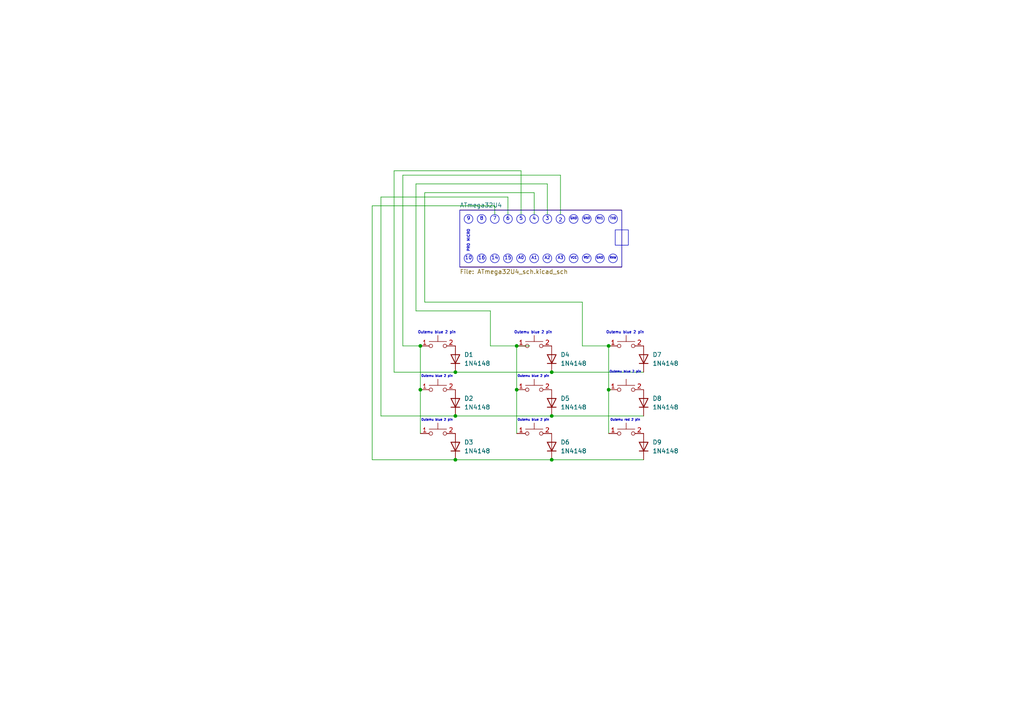
<source format=kicad_sch>
(kicad_sch
	(version 20250114)
	(generator "eeschema")
	(generator_version "9.0")
	(uuid "fe06c10b-52f8-4a42-998b-54b6b0b855b9")
	(paper "A4")
	(lib_symbols
		(symbol "Diode:1N4148"
			(pin_numbers
				(hide yes)
			)
			(pin_names
				(hide yes)
			)
			(exclude_from_sim no)
			(in_bom yes)
			(on_board yes)
			(property "Reference" "D"
				(at 0 2.54 0)
				(effects
					(font
						(size 1.27 1.27)
					)
				)
			)
			(property "Value" "1N4148"
				(at 0 -2.54 0)
				(effects
					(font
						(size 1.27 1.27)
					)
				)
			)
			(property "Footprint" "Diode_THT:D_DO-35_SOD27_P7.62mm_Horizontal"
				(at 0 0 0)
				(effects
					(font
						(size 1.27 1.27)
					)
					(hide yes)
				)
			)
			(property "Datasheet" "https://assets.nexperia.com/documents/data-sheet/1N4148_1N4448.pdf"
				(at 0 0 0)
				(effects
					(font
						(size 1.27 1.27)
					)
					(hide yes)
				)
			)
			(property "Description" "100V 0.15A standard switching diode, DO-35"
				(at 0 0 0)
				(effects
					(font
						(size 1.27 1.27)
					)
					(hide yes)
				)
			)
			(property "Sim.Device" "D"
				(at 0 0 0)
				(effects
					(font
						(size 1.27 1.27)
					)
					(hide yes)
				)
			)
			(property "Sim.Pins" "1=K 2=A"
				(at 0 0 0)
				(effects
					(font
						(size 1.27 1.27)
					)
					(hide yes)
				)
			)
			(property "ki_keywords" "diode"
				(at 0 0 0)
				(effects
					(font
						(size 1.27 1.27)
					)
					(hide yes)
				)
			)
			(property "ki_fp_filters" "D*DO?35*"
				(at 0 0 0)
				(effects
					(font
						(size 1.27 1.27)
					)
					(hide yes)
				)
			)
			(symbol "1N4148_0_1"
				(polyline
					(pts
						(xy -1.27 1.27) (xy -1.27 -1.27)
					)
					(stroke
						(width 0.254)
						(type default)
					)
					(fill
						(type none)
					)
				)
				(polyline
					(pts
						(xy 1.27 1.27) (xy 1.27 -1.27) (xy -1.27 0) (xy 1.27 1.27)
					)
					(stroke
						(width 0.254)
						(type default)
					)
					(fill
						(type none)
					)
				)
				(polyline
					(pts
						(xy 1.27 0) (xy -1.27 0)
					)
					(stroke
						(width 0)
						(type default)
					)
					(fill
						(type none)
					)
				)
			)
			(symbol "1N4148_1_1"
				(pin passive line
					(at -3.81 0 0)
					(length 2.54)
					(name "K"
						(effects
							(font
								(size 1.27 1.27)
							)
						)
					)
					(number "1"
						(effects
							(font
								(size 1.27 1.27)
							)
						)
					)
				)
				(pin passive line
					(at 3.81 0 180)
					(length 2.54)
					(name "A"
						(effects
							(font
								(size 1.27 1.27)
							)
						)
					)
					(number "2"
						(effects
							(font
								(size 1.27 1.27)
							)
						)
					)
				)
			)
			(embedded_fonts no)
		)
		(symbol "Switch:SW_Push_Dual_x2"
			(pin_names
				(offset 1.016)
				(hide yes)
			)
			(exclude_from_sim no)
			(in_bom yes)
			(on_board yes)
			(property "Reference" "SW"
				(at 1.27 2.54 0)
				(effects
					(font
						(size 1.27 1.27)
					)
					(justify left)
				)
			)
			(property "Value" "SW_Push_Dual_x2"
				(at 0 -1.524 0)
				(effects
					(font
						(size 1.27 1.27)
					)
				)
			)
			(property "Footprint" ""
				(at 0 5.08 0)
				(effects
					(font
						(size 1.27 1.27)
					)
					(hide yes)
				)
			)
			(property "Datasheet" "~"
				(at 0 5.08 0)
				(effects
					(font
						(size 1.27 1.27)
					)
					(hide yes)
				)
			)
			(property "Description" "Push button switch, generic, separate symbols, four pins"
				(at 0 0 0)
				(effects
					(font
						(size 1.27 1.27)
					)
					(hide yes)
				)
			)
			(property "ki_keywords" "switch normally-open pushbutton push-button"
				(at 0 0 0)
				(effects
					(font
						(size 1.27 1.27)
					)
					(hide yes)
				)
			)
			(symbol "SW_Push_Dual_x2_0_1"
				(circle
					(center -2.032 0)
					(radius 0.508)
					(stroke
						(width 0)
						(type default)
					)
					(fill
						(type none)
					)
				)
				(polyline
					(pts
						(xy 0 1.27) (xy 0 3.048)
					)
					(stroke
						(width 0)
						(type default)
					)
					(fill
						(type none)
					)
				)
				(circle
					(center 2.032 0)
					(radius 0.508)
					(stroke
						(width 0)
						(type default)
					)
					(fill
						(type none)
					)
				)
				(polyline
					(pts
						(xy 2.54 1.27) (xy -2.54 1.27)
					)
					(stroke
						(width 0)
						(type default)
					)
					(fill
						(type none)
					)
				)
			)
			(symbol "SW_Push_Dual_x2_1_1"
				(pin passive line
					(at -5.08 0 0)
					(length 2.54)
					(name "C"
						(effects
							(font
								(size 1.27 1.27)
							)
						)
					)
					(number "1"
						(effects
							(font
								(size 1.27 1.27)
							)
						)
					)
				)
				(pin passive line
					(at 5.08 0 180)
					(length 2.54)
					(name "D"
						(effects
							(font
								(size 1.27 1.27)
							)
						)
					)
					(number "2"
						(effects
							(font
								(size 1.27 1.27)
							)
						)
					)
				)
			)
			(symbol "SW_Push_Dual_x2_2_1"
				(pin passive line
					(at -5.08 0 0)
					(length 2.54)
					(name "C"
						(effects
							(font
								(size 1.27 1.27)
							)
						)
					)
					(number "3"
						(effects
							(font
								(size 1.27 1.27)
							)
						)
					)
				)
				(pin passive line
					(at 5.08 0 180)
					(length 2.54)
					(name "D"
						(effects
							(font
								(size 1.27 1.27)
							)
						)
					)
					(number "4"
						(effects
							(font
								(size 1.27 1.27)
							)
						)
					)
				)
			)
			(embedded_fonts no)
		)
	)
	(circle
		(center 162.56 74.93)
		(radius 1.27)
		(stroke
			(width 0)
			(type default)
		)
		(fill
			(type none)
		)
		(uuid 0518621b-5b26-4fee-b806-672a118a44a3)
	)
	(circle
		(center 154.94 74.93)
		(radius 1.27)
		(stroke
			(width 0)
			(type default)
		)
		(fill
			(type none)
		)
		(uuid 05948d80-f2cb-46c5-af36-dca6441e628b)
	)
	(rectangle
		(start 178.435 66.675)
		(end 182.245 71.12)
		(stroke
			(width 0)
			(type default)
		)
		(fill
			(type none)
		)
		(uuid 097fee44-e043-4e5b-8367-cd553b3736b9)
	)
	(circle
		(center 139.7 74.93)
		(radius 1.27)
		(stroke
			(width 0)
			(type default)
		)
		(fill
			(type none)
		)
		(uuid 2cbcc4e8-576e-4a9c-8856-dda96044570b)
	)
	(circle
		(center 177.8 63.5)
		(radius 1.27)
		(stroke
			(width 0)
			(type default)
		)
		(fill
			(type none)
		)
		(uuid 342617b8-b901-407e-824b-311f3324c64f)
	)
	(circle
		(center 173.99 74.93)
		(radius 1.27)
		(stroke
			(width 0)
			(type default)
		)
		(fill
			(type none)
		)
		(uuid 3e971b4d-f2b8-4aec-93e9-3bb2719beae3)
	)
	(circle
		(center 154.94 63.5)
		(radius 1.27)
		(stroke
			(width 0)
			(type default)
		)
		(fill
			(type none)
		)
		(uuid 64a21d65-2184-4dd6-abd4-724b80796096)
	)
	(circle
		(center 139.7 63.5)
		(radius 1.27)
		(stroke
			(width 0)
			(type default)
		)
		(fill
			(type none)
		)
		(uuid 7282f216-4ca1-4dfd-8931-c7c56bc67fad)
	)
	(circle
		(center 151.13 74.93)
		(radius 1.27)
		(stroke
			(width 0)
			(type default)
		)
		(fill
			(type none)
		)
		(uuid 768dfb49-5dd2-44b8-90ff-64fd1d0ac434)
	)
	(circle
		(center 135.89 74.93)
		(radius 1.27)
		(stroke
			(width 0)
			(type default)
		)
		(fill
			(type none)
		)
		(uuid 7a21628d-c64a-471e-bb85-3fa9bf82ff60)
	)
	(circle
		(center 166.37 74.93)
		(radius 1.27)
		(stroke
			(width 0)
			(type default)
		)
		(fill
			(type none)
		)
		(uuid 83a43e03-ee66-4b47-905c-ca5d0a86445a)
	)
	(circle
		(center 147.32 74.93)
		(radius 1.27)
		(stroke
			(width 0)
			(type default)
		)
		(fill
			(type none)
		)
		(uuid 892f1db1-1a4b-494d-bce2-b308eeb2f23e)
	)
	(circle
		(center 143.51 63.5)
		(radius 1.27)
		(stroke
			(width 0)
			(type default)
		)
		(fill
			(type none)
		)
		(uuid 8cf7c058-f225-460d-884b-000c1b5790cf)
	)
	(circle
		(center 177.8 74.93)
		(radius 1.27)
		(stroke
			(width 0)
			(type default)
		)
		(fill
			(type none)
		)
		(uuid 98803821-da72-4e3d-ba32-4bfd182a40a8)
	)
	(circle
		(center 158.75 63.5)
		(radius 1.27)
		(stroke
			(width 0)
			(type default)
		)
		(fill
			(type none)
		)
		(uuid 9e35f047-ab02-44aa-80b0-4ec54e02d40d)
	)
	(circle
		(center 151.13 63.5)
		(radius 1.27)
		(stroke
			(width 0)
			(type default)
		)
		(fill
			(type none)
		)
		(uuid aa1259ce-1f04-4cf8-abcc-5a4a723e414f)
	)
	(circle
		(center 166.37 63.5)
		(radius 1.27)
		(stroke
			(width 0)
			(type default)
		)
		(fill
			(type none)
		)
		(uuid ad90b8bb-2e53-43e3-98f3-c3b7b392a7c8)
	)
	(circle
		(center 143.51 74.93)
		(radius 1.27)
		(stroke
			(width 0)
			(type default)
		)
		(fill
			(type none)
		)
		(uuid be3634a4-672c-483b-a4ad-4dfd09bd0891)
	)
	(circle
		(center 158.75 74.93)
		(radius 1.27)
		(stroke
			(width 0)
			(type default)
		)
		(fill
			(type none)
		)
		(uuid c128533e-9cc2-40ad-bb76-ffc9cd11eecd)
	)
	(circle
		(center 170.18 74.93)
		(radius 1.27)
		(stroke
			(width 0)
			(type default)
		)
		(fill
			(type none)
		)
		(uuid cc033787-670f-4b26-8ca7-f3b5ee800648)
	)
	(circle
		(center 173.99 63.5)
		(radius 1.27)
		(stroke
			(width 0)
			(type default)
		)
		(fill
			(type none)
		)
		(uuid cdfc75a5-5f70-41fc-81a9-48db61e126da)
	)
	(circle
		(center 135.89 63.5)
		(radius 1.27)
		(stroke
			(width 0)
			(type default)
		)
		(fill
			(type none)
		)
		(uuid d293138a-db43-40b4-9387-9532e79ce68a)
	)
	(circle
		(center 147.32 63.5)
		(radius 1.27)
		(stroke
			(width 0)
			(type default)
		)
		(fill
			(type none)
		)
		(uuid edc58d0f-2379-4627-a346-939db6dacf16)
	)
	(circle
		(center 162.56 63.5)
		(radius 1.27)
		(stroke
			(width 0)
			(type default)
		)
		(fill
			(type none)
		)
		(uuid f00995e5-39d2-4c97-8830-2c0c7e2ad693)
	)
	(circle
		(center 170.18 63.5)
		(radius 1.27)
		(stroke
			(width 0)
			(type default)
		)
		(fill
			(type none)
		)
		(uuid fc44f8ac-f8dd-4070-95cb-a0ce2d84b587)
	)
	(rectangle
		(start 133.35 60.96)
		(end 180.34 77.47)
		(stroke
			(width 0)
			(type default)
		)
		(fill
			(type none)
		)
		(uuid fe2a2c88-e954-485c-9f6d-c8caa342f362)
	)
	(text "A2"
		(exclude_from_sim no)
		(at 158.75 74.93 0)
		(effects
			(font
				(size 0.889 0.889)
			)
		)
		(uuid "02b2e7fc-e423-406b-b108-23316463b32f")
	)
	(text "A3"
		(exclude_from_sim no)
		(at 162.56 74.93 0)
		(effects
			(font
				(size 0.889 0.889)
			)
		)
		(uuid "03f2b09f-c9a5-40a4-ae09-a71469af71df")
	)
	(text "GND"
		(exclude_from_sim no)
		(at 170.18 63.5 0)
		(effects
			(font
				(size 0.635 0.635)
			)
		)
		(uuid "04e9697e-114f-4ed8-9670-d18263d0b5d4")
	)
	(text "7"
		(exclude_from_sim no)
		(at 143.51 63.5 0)
		(effects
			(font
				(size 1.016 1.016)
			)
		)
		(uuid "07a665db-e396-4f2d-9008-7a96579d54b0")
	)
	(text "TX0"
		(exclude_from_sim no)
		(at 177.8 63.5 0)
		(effects
			(font
				(size 0.635 0.635)
			)
		)
		(uuid "088c3e5c-d60f-494f-b0df-fa78904a9f67")
	)
	(text "9"
		(exclude_from_sim no)
		(at 135.89 63.5 0)
		(effects
			(font
				(size 1.016 1.016)
			)
		)
		(uuid "140ed952-53be-49c8-869e-b85783f3f6fb")
	)
	(text "16"
		(exclude_from_sim no)
		(at 139.7 74.93 0)
		(effects
			(font
				(size 1.016 1.016)
			)
		)
		(uuid "16a6a67b-16ed-45b1-8a52-6a45f03d095b")
	)
	(text "3"
		(exclude_from_sim no)
		(at 158.75 63.5 0)
		(effects
			(font
				(size 1.016 1.016)
			)
		)
		(uuid "16d62bbd-0e7f-49c9-82b2-472921aa6397")
	)
	(text "10\n"
		(exclude_from_sim no)
		(at 135.89 74.93 0)
		(effects
			(font
				(size 1.016 1.016)
			)
		)
		(uuid "1b0fce0e-5106-4661-aacc-972f1a07c0af")
	)
	(text "Outemu blue 2 pin "
		(exclude_from_sim no)
		(at 127 121.92 0)
		(effects
			(font
				(size 0.635 0.635)
			)
		)
		(uuid "1d854a88-a75b-44de-aecc-8cff69591250")
	)
	(text "Outemu blue 2 pin "
		(exclude_from_sim no)
		(at 127 109.22 0)
		(effects
			(font
				(size 0.635 0.635)
			)
		)
		(uuid "225c1a4d-76cb-46c2-85b7-09cad424ef9d")
	)
	(text "Outemu blue 2 pin "
		(exclude_from_sim no)
		(at 127 96.52 0)
		(effects
			(font
				(size 0.762 0.762)
			)
		)
		(uuid "324cdf18-ea03-49c0-a6f5-04a33424a25e")
	)
	(text "15"
		(exclude_from_sim no)
		(at 147.32 74.93 0)
		(effects
			(font
				(size 1.016 1.016)
			)
		)
		(uuid "485bf8db-20ff-4f37-83b2-b0ff2b5ff246")
	)
	(text "Outemu blue 2 pin "
		(exclude_from_sim no)
		(at 181.61 107.95 0)
		(effects
			(font
				(size 0.635 0.635)
			)
		)
		(uuid "492aa3fb-f87b-4279-a86a-7653ba552ae7")
	)
	(text "4\n"
		(exclude_from_sim no)
		(at 154.94 63.5 0)
		(effects
			(font
				(size 1.016 1.016)
			)
		)
		(uuid "4c4bce82-c4d5-46a5-bf41-0857e2b63de6")
	)
	(text "GND"
		(exclude_from_sim no)
		(at 166.37 63.5 0)
		(effects
			(font
				(size 0.635 0.635)
			)
		)
		(uuid "4d3fe4cf-4455-47ac-96c4-393d39968c3e")
	)
	(text "A0"
		(exclude_from_sim no)
		(at 151.13 74.93 0)
		(effects
			(font
				(size 0.889 0.889)
			)
		)
		(uuid "553275bd-fc3b-452e-8ffe-1b6da159b50c")
	)
	(text "5"
		(exclude_from_sim no)
		(at 151.13 63.5 0)
		(effects
			(font
				(size 1.016 1.016)
			)
		)
		(uuid "5965aef3-8fa7-4c10-a7db-4fa2600437a8")
	)
	(text "GND"
		(exclude_from_sim no)
		(at 173.99 74.93 0)
		(effects
			(font
				(size 0.635 0.635)
			)
		)
		(uuid "5f42ee5b-d33e-4f66-9aa7-c8e9e13f9519")
	)
	(text "RX1"
		(exclude_from_sim no)
		(at 173.99 63.5 0)
		(effects
			(font
				(size 0.635 0.635)
			)
		)
		(uuid "7ac1134f-348d-43b0-ae45-f43117486af1")
	)
	(text "VCC"
		(exclude_from_sim no)
		(at 166.37 74.93 0)
		(effects
			(font
				(size 0.635 0.635)
			)
		)
		(uuid "8394ec73-cc60-4001-879b-da4c607e644f")
	)
	(text "Outemu red 2 pin "
		(exclude_from_sim no)
		(at 181.61 121.92 0)
		(effects
			(font
				(size 0.635 0.635)
			)
		)
		(uuid "87cf1dd9-1ace-414c-9145-a9cf94a4104f")
	)
	(text "2\n\n"
		(exclude_from_sim no)
		(at 162.56 64.77 0)
		(effects
			(font
				(size 1.016 1.016)
			)
		)
		(uuid "951d58c1-96fb-49d4-ad3f-22f8c0861ecb")
	)
	(text "Outemu blue 2 pin "
		(exclude_from_sim no)
		(at 181.61 96.52 0)
		(effects
			(font
				(size 0.762 0.762)
			)
		)
		(uuid "9e70f2fe-ac30-4a7d-8360-a72773b3fdc0")
	)
	(text "Outemu blue 2 pin "
		(exclude_from_sim no)
		(at 154.94 109.22 0)
		(effects
			(font
				(size 0.635 0.635)
			)
		)
		(uuid "a19e7df1-de06-41ae-a374-fcdb14210351")
	)
	(text "Outemu blue 2 pin "
		(exclude_from_sim no)
		(at 154.94 96.52 0)
		(effects
			(font
				(size 0.762 0.762)
			)
		)
		(uuid "ab7c7211-27bc-4a1c-8889-332e6adc27fb")
	)
	(text "PRO MICRO"
		(exclude_from_sim no)
		(at 135.89 69.85 90)
		(effects
			(font
				(size 0.762 0.762)
			)
		)
		(uuid "aeac5ba7-50aa-4433-91f9-33bc0b9662ba")
	)
	(text "RST"
		(exclude_from_sim no)
		(at 170.18 74.93 0)
		(effects
			(font
				(size 0.635 0.635)
			)
		)
		(uuid "aeef6024-9f3b-4625-b36a-5c42922830ba")
	)
	(text "6"
		(exclude_from_sim no)
		(at 147.32 63.5 0)
		(effects
			(font
				(size 1.016 1.016)
			)
		)
		(uuid "bccc670c-867a-48c2-9fa7-ecbc0592266e")
	)
	(text "A1"
		(exclude_from_sim no)
		(at 154.94 74.93 0)
		(effects
			(font
				(size 0.889 0.889)
			)
		)
		(uuid "caab519e-c5c1-4103-899d-2c8a3982b2ba")
	)
	(text "Outemu blue 2 pin "
		(exclude_from_sim no)
		(at 154.94 121.92 0)
		(effects
			(font
				(size 0.635 0.635)
			)
		)
		(uuid "d71c4912-a829-49ef-95d6-68f4fd117a12")
	)
	(text "8"
		(exclude_from_sim no)
		(at 139.7 63.5 0)
		(effects
			(font
				(size 1.016 1.016)
			)
		)
		(uuid "d74ab234-67fb-4333-acb9-3ed1fe2d8327")
	)
	(text "RAW"
		(exclude_from_sim no)
		(at 177.8 74.93 0)
		(effects
			(font
				(size 0.635 0.635)
			)
		)
		(uuid "eb1806e4-2427-48cc-9a86-92d278d02512")
	)
	(text "14"
		(exclude_from_sim no)
		(at 143.51 74.93 0)
		(effects
			(font
				(size 1.016 1.016)
			)
		)
		(uuid "ef15cc68-e420-490e-96e5-8c8dd1d99f8f")
	)
	(junction
		(at 160.02 133.35)
		(diameter 0)
		(color 0 0 0 0)
		(uuid "16dbb2e8-b39a-4bac-b97f-bd7f4b4e3b85")
	)
	(junction
		(at 149.86 100.33)
		(diameter 0)
		(color 0 0 0 0)
		(uuid "65a7fe97-5a93-4715-ba28-b59a1bbb0aa4")
	)
	(junction
		(at 160.02 120.65)
		(diameter 0)
		(color 0 0 0 0)
		(uuid "6c508efc-3a63-43e8-9ac4-aafa02e1e47f")
	)
	(junction
		(at 160.02 107.95)
		(diameter 0)
		(color 0 0 0 0)
		(uuid "7f992c07-c322-40a2-b4b0-8ddb0e16c696")
	)
	(junction
		(at 176.53 113.03)
		(diameter 0)
		(color 0 0 0 0)
		(uuid "853bfe68-2eea-45c7-963e-86ac32f37dae")
	)
	(junction
		(at 121.92 100.33)
		(diameter 0)
		(color 0 0 0 0)
		(uuid "91e861fc-4372-4cf7-bf75-6d22c274e43f")
	)
	(junction
		(at 132.08 120.65)
		(diameter 0)
		(color 0 0 0 0)
		(uuid "a84e185c-3435-48f2-bd3e-d07becffbdc4")
	)
	(junction
		(at 121.92 113.03)
		(diameter 0)
		(color 0 0 0 0)
		(uuid "aad51c2b-cb40-44f1-adea-58db11325c0e")
	)
	(junction
		(at 132.08 133.35)
		(diameter 0)
		(color 0 0 0 0)
		(uuid "c21c111d-a114-494b-a475-0c148bd09a59")
	)
	(junction
		(at 149.86 113.03)
		(diameter 0)
		(color 0 0 0 0)
		(uuid "d44b9f85-68f6-4cbf-94f7-b04477b8051e")
	)
	(junction
		(at 132.08 107.95)
		(diameter 0)
		(color 0 0 0 0)
		(uuid "eff834f2-0a3d-44a8-aa83-244ce681a81b")
	)
	(junction
		(at 176.53 100.33)
		(diameter 0)
		(color 0 0 0 0)
		(uuid "f99c4940-826c-4901-92db-7f6773da0460")
	)
	(wire
		(pts
			(xy 176.53 100.33) (xy 168.91 100.33)
		)
		(stroke
			(width 0)
			(type default)
		)
		(uuid "003ff42d-4d4f-476d-b31d-d2b9660a9910")
	)
	(wire
		(pts
			(xy 176.53 113.03) (xy 176.53 125.73)
		)
		(stroke
			(width 0)
			(type default)
		)
		(uuid "0d9a9e02-b50e-488e-b809-e6366e8d51aa")
	)
	(wire
		(pts
			(xy 120.65 90.17) (xy 120.65 53.34)
		)
		(stroke
			(width 0)
			(type default)
		)
		(uuid "123bec7b-08aa-40e5-a9a4-868248528c59")
	)
	(wire
		(pts
			(xy 158.75 53.34) (xy 158.75 62.23)
		)
		(stroke
			(width 0)
			(type default)
		)
		(uuid "1cf0a618-3aaa-4606-a67f-409f6554ef2e")
	)
	(wire
		(pts
			(xy 160.02 120.65) (xy 186.69 120.65)
		)
		(stroke
			(width 0)
			(type default)
		)
		(uuid "1db6918d-95ce-4e65-be76-a37533f4b221")
	)
	(wire
		(pts
			(xy 123.19 87.63) (xy 123.19 55.88)
		)
		(stroke
			(width 0)
			(type default)
		)
		(uuid "2781f78d-f0ca-44cf-8ec8-f7b6fab982f2")
	)
	(wire
		(pts
			(xy 107.95 133.35) (xy 107.95 59.69)
		)
		(stroke
			(width 0)
			(type default)
		)
		(uuid "2cab6f5a-86f7-43fb-a3ef-5ce3ddbea37c")
	)
	(wire
		(pts
			(xy 168.91 87.63) (xy 123.19 87.63)
		)
		(stroke
			(width 0)
			(type default)
		)
		(uuid "3093fd2d-a684-4403-98e3-ff9e6a23f617")
	)
	(wire
		(pts
			(xy 114.3 49.53) (xy 151.13 49.53)
		)
		(stroke
			(width 0)
			(type default)
		)
		(uuid "37834f61-f04e-40a6-b670-7c64bb9cff6f")
	)
	(wire
		(pts
			(xy 132.08 107.95) (xy 160.02 107.95)
		)
		(stroke
			(width 0)
			(type default)
		)
		(uuid "3f2806d2-2759-47e5-9d87-35304e03803e")
	)
	(wire
		(pts
			(xy 132.08 120.65) (xy 160.02 120.65)
		)
		(stroke
			(width 0)
			(type default)
		)
		(uuid "40e7317d-958e-41fd-b854-f40b4eb88dd5")
	)
	(wire
		(pts
			(xy 123.19 55.88) (xy 154.94 55.88)
		)
		(stroke
			(width 0)
			(type default)
		)
		(uuid "47aa45ad-fc34-48ed-abbf-14ff77296909")
	)
	(wire
		(pts
			(xy 168.91 100.33) (xy 168.91 87.63)
		)
		(stroke
			(width 0)
			(type default)
		)
		(uuid "4a040006-31a4-4d99-844a-b6a08489fc0a")
	)
	(wire
		(pts
			(xy 110.49 57.15) (xy 110.49 120.65)
		)
		(stroke
			(width 0)
			(type default)
		)
		(uuid "53dc933d-ca6a-47d3-a951-81fa424eea6a")
	)
	(wire
		(pts
			(xy 151.13 49.53) (xy 151.13 62.23)
		)
		(stroke
			(width 0)
			(type default)
		)
		(uuid "5a833eba-921e-47ff-9a87-08ede106bf04")
	)
	(wire
		(pts
			(xy 162.56 50.8) (xy 162.56 62.23)
		)
		(stroke
			(width 0)
			(type default)
		)
		(uuid "5bdd0149-f686-4641-abd4-0008ba587052")
	)
	(wire
		(pts
			(xy 153.67 100.33) (xy 149.86 100.33)
		)
		(stroke
			(width 0)
			(type default)
		)
		(uuid "6a60046b-c71c-417e-a922-257c4cd6e137")
	)
	(wire
		(pts
			(xy 176.53 100.33) (xy 176.53 113.03)
		)
		(stroke
			(width 0)
			(type default)
		)
		(uuid "6b094b38-03ad-46d2-a4e9-a1eaa044f628")
	)
	(wire
		(pts
			(xy 154.94 55.88) (xy 154.94 62.23)
		)
		(stroke
			(width 0)
			(type default)
		)
		(uuid "73250382-9dbc-4206-8706-3acda1ca6de5")
	)
	(wire
		(pts
			(xy 121.92 100.33) (xy 116.84 100.33)
		)
		(stroke
			(width 0)
			(type default)
		)
		(uuid "750c7434-a0cb-4978-926b-a3e80b2c6fd2")
	)
	(wire
		(pts
			(xy 149.86 113.03) (xy 149.86 125.73)
		)
		(stroke
			(width 0)
			(type default)
		)
		(uuid "88b4166f-09bf-4c90-a00a-2a66b7509a54")
	)
	(wire
		(pts
			(xy 107.95 59.69) (xy 143.51 59.69)
		)
		(stroke
			(width 0)
			(type default)
		)
		(uuid "8996b4bf-43b2-4833-8cf6-bd69548be58c")
	)
	(wire
		(pts
			(xy 147.32 57.15) (xy 110.49 57.15)
		)
		(stroke
			(width 0)
			(type default)
		)
		(uuid "8b7025cc-5c02-439f-9594-f891f4d138ab")
	)
	(wire
		(pts
			(xy 132.08 107.95) (xy 114.3 107.95)
		)
		(stroke
			(width 0)
			(type default)
		)
		(uuid "8e6c09fb-672f-4ccd-9578-9ba6764a6168")
	)
	(wire
		(pts
			(xy 142.24 100.33) (xy 142.24 90.17)
		)
		(stroke
			(width 0)
			(type default)
		)
		(uuid "8f06d776-21b1-4ce7-afda-5cd5fb41d4d2")
	)
	(wire
		(pts
			(xy 143.51 59.69) (xy 143.51 62.23)
		)
		(stroke
			(width 0)
			(type default)
		)
		(uuid "97dccd02-e6b0-443c-b709-4e5388ffdaaf")
	)
	(wire
		(pts
			(xy 160.02 133.35) (xy 186.69 133.35)
		)
		(stroke
			(width 0)
			(type default)
		)
		(uuid "9ecf8e25-ef9b-44f4-8bd5-6454c8a40f8d")
	)
	(wire
		(pts
			(xy 120.65 53.34) (xy 158.75 53.34)
		)
		(stroke
			(width 0)
			(type default)
		)
		(uuid "a1a53d29-05c1-4e12-93c2-d0e1bfacf540")
	)
	(wire
		(pts
			(xy 107.95 133.35) (xy 132.08 133.35)
		)
		(stroke
			(width 0)
			(type default)
		)
		(uuid "a66983ee-df92-49f8-aa55-e6c6d036e2f3")
	)
	(wire
		(pts
			(xy 142.24 90.17) (xy 120.65 90.17)
		)
		(stroke
			(width 0)
			(type default)
		)
		(uuid "a9eac90c-8874-4750-a75a-a80efd2943cd")
	)
	(wire
		(pts
			(xy 160.02 107.95) (xy 186.69 107.95)
		)
		(stroke
			(width 0)
			(type default)
		)
		(uuid "bc61567f-effe-4cc5-89c2-4b85ab026af3")
	)
	(wire
		(pts
			(xy 116.84 50.8) (xy 162.56 50.8)
		)
		(stroke
			(width 0)
			(type default)
		)
		(uuid "c6e58dd2-d5d3-43f1-8c12-02d30d496b50")
	)
	(wire
		(pts
			(xy 149.86 100.33) (xy 142.24 100.33)
		)
		(stroke
			(width 0)
			(type default)
		)
		(uuid "ca1dfc7a-e6b0-4a88-ba57-893ce56b03ad")
	)
	(wire
		(pts
			(xy 121.92 100.33) (xy 121.92 113.03)
		)
		(stroke
			(width 0)
			(type default)
		)
		(uuid "cf4722d0-45a3-444a-87a8-4131970b1815")
	)
	(wire
		(pts
			(xy 110.49 120.65) (xy 132.08 120.65)
		)
		(stroke
			(width 0)
			(type default)
		)
		(uuid "d06d1aac-87ce-4bb6-924e-bb2834e17bb8")
	)
	(wire
		(pts
			(xy 132.08 133.35) (xy 160.02 133.35)
		)
		(stroke
			(width 0)
			(type default)
		)
		(uuid "d2a7e9cf-9278-45db-a2d3-3682538d02b3")
	)
	(wire
		(pts
			(xy 121.92 113.03) (xy 121.92 125.73)
		)
		(stroke
			(width 0)
			(type default)
		)
		(uuid "e08d97d2-f796-4e7b-9be6-9c73d3621d85")
	)
	(wire
		(pts
			(xy 149.86 100.33) (xy 149.86 113.03)
		)
		(stroke
			(width 0)
			(type default)
		)
		(uuid "f461126a-15c4-4e06-9040-a5d4d55cd9cd")
	)
	(wire
		(pts
			(xy 116.84 100.33) (xy 116.84 50.8)
		)
		(stroke
			(width 0)
			(type default)
		)
		(uuid "f71e9a26-5a03-4958-8796-b68944d03b7e")
	)
	(wire
		(pts
			(xy 147.32 62.23) (xy 147.32 57.15)
		)
		(stroke
			(width 0)
			(type default)
		)
		(uuid "feaec526-905e-48dd-a362-e002642f3c64")
	)
	(wire
		(pts
			(xy 114.3 107.95) (xy 114.3 49.53)
		)
		(stroke
			(width 0)
			(type default)
		)
		(uuid "febfbccb-57f6-46a1-ade4-37c47a8f38e2")
	)
	(symbol
		(lib_id "Switch:SW_Push_Dual_x2")
		(at 127 125.73 0)
		(unit 1)
		(exclude_from_sim no)
		(in_bom yes)
		(on_board yes)
		(dnp no)
		(uuid "16704173-9a10-4a47-93ed-99e622708665")
		(property "Reference" "SW7"
			(at 127 118.11 0)
			(effects
				(font
					(size 1.27 1.27)
				)
				(hide yes)
			)
		)
		(property "Value" "SW_Push_Dual_x2"
			(at 127.254 121.666 0)
			(effects
				(font
					(size 0.762 0.762)
				)
				(hide yes)
			)
		)
		(property "Footprint" ""
			(at 127 120.65 0)
			(effects
				(font
					(size 1.27 1.27)
				)
				(hide yes)
			)
		)
		(property "Datasheet" "~"
			(at 127 120.65 0)
			(effects
				(font
					(size 1.27 1.27)
				)
				(hide yes)
			)
		)
		(property "Description" "Push button switch, generic, separate symbols, four pins"
			(at 127 125.73 0)
			(effects
				(font
					(size 1.27 1.27)
				)
				(hide yes)
			)
		)
		(pin "2"
			(uuid "e0f1400c-d46d-47d8-a0d7-f0071a08d360")
		)
		(pin "1"
			(uuid "d35f6abb-1328-4295-bd11-5efea3f812b6")
		)
		(pin "3"
			(uuid "4e871cc5-cfa8-40ef-adf6-93751f62f09f")
		)
		(pin "4"
			(uuid "77950e3b-c272-4304-9c9c-73b23ae50dc8")
		)
		(instances
			(project ""
				(path "/fe06c10b-52f8-4a42-998b-54b6b0b855b9"
					(reference "SW7")
					(unit 1)
				)
			)
		)
	)
	(symbol
		(lib_id "Diode:1N4148")
		(at 186.69 129.54 90)
		(unit 1)
		(exclude_from_sim no)
		(in_bom yes)
		(on_board yes)
		(dnp no)
		(fields_autoplaced yes)
		(uuid "17326864-6607-4d57-bac3-985f50abeb19")
		(property "Reference" "D9"
			(at 189.23 128.2699 90)
			(effects
				(font
					(size 1.27 1.27)
				)
				(justify right)
			)
		)
		(property "Value" "1N4148"
			(at 189.23 130.8099 90)
			(effects
				(font
					(size 1.27 1.27)
				)
				(justify right)
			)
		)
		(property "Footprint" "Diode_THT:D_DO-35_SOD27_P7.62mm_Horizontal"
			(at 186.69 129.54 0)
			(effects
				(font
					(size 1.27 1.27)
				)
				(hide yes)
			)
		)
		(property "Datasheet" "https://assets.nexperia.com/documents/data-sheet/1N4148_1N4448.pdf"
			(at 186.69 129.54 0)
			(effects
				(font
					(size 1.27 1.27)
				)
				(hide yes)
			)
		)
		(property "Description" "100V 0.15A standard switching diode, DO-35"
			(at 186.69 129.54 0)
			(effects
				(font
					(size 1.27 1.27)
				)
				(hide yes)
			)
		)
		(property "Sim.Device" "D"
			(at 186.69 129.54 0)
			(effects
				(font
					(size 1.27 1.27)
				)
				(hide yes)
			)
		)
		(property "Sim.Pins" "1=K 2=A"
			(at 186.69 129.54 0)
			(effects
				(font
					(size 1.27 1.27)
				)
				(hide yes)
			)
		)
		(pin "1"
			(uuid "dddefcb8-0c10-4ece-aea6-287c0d55a196")
		)
		(pin "2"
			(uuid "e663b0e9-5488-4f86-bb1a-620d7512a451")
		)
		(instances
			(project "Project_key"
				(path "/fe06c10b-52f8-4a42-998b-54b6b0b855b9"
					(reference "D9")
					(unit 1)
				)
			)
		)
	)
	(symbol
		(lib_id "Diode:1N4148")
		(at 132.08 116.84 90)
		(unit 1)
		(exclude_from_sim no)
		(in_bom yes)
		(on_board yes)
		(dnp no)
		(fields_autoplaced yes)
		(uuid "1b3c50e3-7313-4e19-87d8-1ede1385cc61")
		(property "Reference" "D2"
			(at 134.62 115.5699 90)
			(effects
				(font
					(size 1.27 1.27)
				)
				(justify right)
			)
		)
		(property "Value" "1N4148"
			(at 134.62 118.1099 90)
			(effects
				(font
					(size 1.27 1.27)
				)
				(justify right)
			)
		)
		(property "Footprint" "Diode_THT:D_DO-35_SOD27_P7.62mm_Horizontal"
			(at 132.08 116.84 0)
			(effects
				(font
					(size 1.27 1.27)
				)
				(hide yes)
			)
		)
		(property "Datasheet" "https://assets.nexperia.com/documents/data-sheet/1N4148_1N4448.pdf"
			(at 132.08 116.84 0)
			(effects
				(font
					(size 1.27 1.27)
				)
				(hide yes)
			)
		)
		(property "Description" "100V 0.15A standard switching diode, DO-35"
			(at 132.08 116.84 0)
			(effects
				(font
					(size 1.27 1.27)
				)
				(hide yes)
			)
		)
		(property "Sim.Device" "D"
			(at 132.08 116.84 0)
			(effects
				(font
					(size 1.27 1.27)
				)
				(hide yes)
			)
		)
		(property "Sim.Pins" "1=K 2=A"
			(at 132.08 116.84 0)
			(effects
				(font
					(size 1.27 1.27)
				)
				(hide yes)
			)
		)
		(pin "2"
			(uuid "890e90e0-5df4-4225-ba68-cb218891c725")
		)
		(pin "1"
			(uuid "a5aff8cd-1401-49ff-84d4-f9dd586ee1e9")
		)
		(instances
			(project ""
				(path "/fe06c10b-52f8-4a42-998b-54b6b0b855b9"
					(reference "D2")
					(unit 1)
				)
			)
		)
	)
	(symbol
		(lib_id "Switch:SW_Push_Dual_x2")
		(at 181.61 113.03 0)
		(unit 1)
		(exclude_from_sim no)
		(in_bom yes)
		(on_board yes)
		(dnp no)
		(fields_autoplaced yes)
		(uuid "26f31308-e2a4-4e1e-886f-1d6fca3bc2f8")
		(property "Reference" "SW2"
			(at 181.61 105.41 0)
			(effects
				(font
					(size 1.27 1.27)
				)
				(hide yes)
			)
		)
		(property "Value" "SW_Push_Dual_x2"
			(at 181.61 107.95 0)
			(effects
				(font
					(size 1.27 1.27)
				)
				(hide yes)
			)
		)
		(property "Footprint" ""
			(at 181.61 107.95 0)
			(effects
				(font
					(size 1.27 1.27)
				)
				(hide yes)
			)
		)
		(property "Datasheet" "~"
			(at 181.61 107.95 0)
			(effects
				(font
					(size 1.27 1.27)
				)
				(hide yes)
			)
		)
		(property "Description" "Push button switch, generic, separate symbols, four pins"
			(at 181.61 113.03 0)
			(effects
				(font
					(size 1.27 1.27)
				)
				(hide yes)
			)
		)
		(pin "4"
			(uuid "4a4e9c4d-d8e9-4ff7-b333-91faf9164dbf")
		)
		(pin "3"
			(uuid "42200b1c-4b6d-4987-8cd1-2132262cc233")
		)
		(pin "1"
			(uuid "46686c3e-2bb4-4683-ac60-e147b9fa56de")
		)
		(pin "2"
			(uuid "bacbdd5b-21d7-4293-812c-9192fb5e73f6")
		)
		(instances
			(project ""
				(path "/fe06c10b-52f8-4a42-998b-54b6b0b855b9"
					(reference "SW2")
					(unit 1)
				)
			)
		)
	)
	(symbol
		(lib_id "Switch:SW_Push_Dual_x2")
		(at 154.94 125.73 0)
		(unit 1)
		(exclude_from_sim no)
		(in_bom yes)
		(on_board yes)
		(dnp no)
		(fields_autoplaced yes)
		(uuid "2fc282f1-9396-446b-9fa3-1792ce1b951a")
		(property "Reference" "SW4"
			(at 154.94 118.11 0)
			(effects
				(font
					(size 1.27 1.27)
				)
				(hide yes)
			)
		)
		(property "Value" "SW_Push_Dual_x2"
			(at 154.94 120.65 0)
			(effects
				(font
					(size 1.27 1.27)
				)
				(hide yes)
			)
		)
		(property "Footprint" ""
			(at 154.94 120.65 0)
			(effects
				(font
					(size 1.27 1.27)
				)
				(hide yes)
			)
		)
		(property "Datasheet" "~"
			(at 154.94 120.65 0)
			(effects
				(font
					(size 1.27 1.27)
				)
				(hide yes)
			)
		)
		(property "Description" "Push button switch, generic, separate symbols, four pins"
			(at 154.94 125.73 0)
			(effects
				(font
					(size 1.27 1.27)
				)
				(hide yes)
			)
		)
		(pin "2"
			(uuid "98d98ad7-5f5b-4bb9-8fe5-bec9b1a02c72")
		)
		(pin "3"
			(uuid "0b449447-bfd5-4a5e-a0f2-72c6e820e7d9")
		)
		(pin "4"
			(uuid "ede972bc-733e-40b0-87b8-5886478308a8")
		)
		(pin "1"
			(uuid "c6bffe15-fde1-492a-b1a7-9645ba432c5c")
		)
		(instances
			(project ""
				(path "/fe06c10b-52f8-4a42-998b-54b6b0b855b9"
					(reference "SW4")
					(unit 1)
				)
			)
		)
	)
	(symbol
		(lib_id "Diode:1N4148")
		(at 186.69 116.84 90)
		(unit 1)
		(exclude_from_sim no)
		(in_bom yes)
		(on_board yes)
		(dnp no)
		(fields_autoplaced yes)
		(uuid "605f16fd-bbe2-4b99-bc0e-ee490d2235fa")
		(property "Reference" "D8"
			(at 189.23 115.5699 90)
			(effects
				(font
					(size 1.27 1.27)
				)
				(justify right)
			)
		)
		(property "Value" "1N4148"
			(at 189.23 118.1099 90)
			(effects
				(font
					(size 1.27 1.27)
				)
				(justify right)
			)
		)
		(property "Footprint" "Diode_THT:D_DO-35_SOD27_P7.62mm_Horizontal"
			(at 186.69 116.84 0)
			(effects
				(font
					(size 1.27 1.27)
				)
				(hide yes)
			)
		)
		(property "Datasheet" "https://assets.nexperia.com/documents/data-sheet/1N4148_1N4448.pdf"
			(at 186.69 116.84 0)
			(effects
				(font
					(size 1.27 1.27)
				)
				(hide yes)
			)
		)
		(property "Description" "100V 0.15A standard switching diode, DO-35"
			(at 186.69 116.84 0)
			(effects
				(font
					(size 1.27 1.27)
				)
				(hide yes)
			)
		)
		(property "Sim.Device" "D"
			(at 186.69 116.84 0)
			(effects
				(font
					(size 1.27 1.27)
				)
				(hide yes)
			)
		)
		(property "Sim.Pins" "1=K 2=A"
			(at 186.69 116.84 0)
			(effects
				(font
					(size 1.27 1.27)
				)
				(hide yes)
			)
		)
		(pin "1"
			(uuid "29344f34-74bd-492a-bcf6-edd247679344")
		)
		(pin "2"
			(uuid "3da41d3d-7c10-4c4f-a83c-3a1b1f41b570")
		)
		(instances
			(project "Project_key"
				(path "/fe06c10b-52f8-4a42-998b-54b6b0b855b9"
					(reference "D8")
					(unit 1)
				)
			)
		)
	)
	(symbol
		(lib_id "Diode:1N4148")
		(at 160.02 116.84 90)
		(unit 1)
		(exclude_from_sim no)
		(in_bom yes)
		(on_board yes)
		(dnp no)
		(fields_autoplaced yes)
		(uuid "67b8f2c7-484f-47a8-abfe-95df0c2e3aa6")
		(property "Reference" "D5"
			(at 162.56 115.5699 90)
			(effects
				(font
					(size 1.27 1.27)
				)
				(justify right)
			)
		)
		(property "Value" "1N4148"
			(at 162.56 118.1099 90)
			(effects
				(font
					(size 1.27 1.27)
				)
				(justify right)
			)
		)
		(property "Footprint" "Diode_THT:D_DO-35_SOD27_P7.62mm_Horizontal"
			(at 160.02 116.84 0)
			(effects
				(font
					(size 1.27 1.27)
				)
				(hide yes)
			)
		)
		(property "Datasheet" "https://assets.nexperia.com/documents/data-sheet/1N4148_1N4448.pdf"
			(at 160.02 116.84 0)
			(effects
				(font
					(size 1.27 1.27)
				)
				(hide yes)
			)
		)
		(property "Description" "100V 0.15A standard switching diode, DO-35"
			(at 160.02 116.84 0)
			(effects
				(font
					(size 1.27 1.27)
				)
				(hide yes)
			)
		)
		(property "Sim.Device" "D"
			(at 160.02 116.84 0)
			(effects
				(font
					(size 1.27 1.27)
				)
				(hide yes)
			)
		)
		(property "Sim.Pins" "1=K 2=A"
			(at 160.02 116.84 0)
			(effects
				(font
					(size 1.27 1.27)
				)
				(hide yes)
			)
		)
		(pin "1"
			(uuid "a3a4b699-482b-4c9e-8934-269452d49ea4")
		)
		(pin "2"
			(uuid "b1f68e65-24ee-4a74-814f-681202c42c0b")
		)
		(instances
			(project "Project_key"
				(path "/fe06c10b-52f8-4a42-998b-54b6b0b855b9"
					(reference "D5")
					(unit 1)
				)
			)
		)
	)
	(symbol
		(lib_id "Switch:SW_Push_Dual_x2")
		(at 127 113.03 0)
		(unit 1)
		(exclude_from_sim no)
		(in_bom yes)
		(on_board yes)
		(dnp no)
		(fields_autoplaced yes)
		(uuid "68bfba17-126b-4a4d-933f-2aeeb37caa55")
		(property "Reference" "SW3"
			(at 127 105.41 0)
			(effects
				(font
					(size 1.27 1.27)
				)
				(hide yes)
			)
		)
		(property "Value" "SW_Push_Dual_x2"
			(at 127 107.95 0)
			(effects
				(font
					(size 1.27 1.27)
				)
				(hide yes)
			)
		)
		(property "Footprint" ""
			(at 127 107.95 0)
			(effects
				(font
					(size 1.27 1.27)
				)
				(hide yes)
			)
		)
		(property "Datasheet" "~"
			(at 127 107.95 0)
			(effects
				(font
					(size 1.27 1.27)
				)
				(hide yes)
			)
		)
		(property "Description" "Push button switch, generic, separate symbols, four pins"
			(at 127 113.03 0)
			(effects
				(font
					(size 1.27 1.27)
				)
				(hide yes)
			)
		)
		(pin "2"
			(uuid "8904a36f-c166-4eca-8d5e-8492842d9127")
		)
		(pin "3"
			(uuid "c09889e1-33dc-4eb6-a2b5-b71a02436fc9")
		)
		(pin "1"
			(uuid "2f9023d5-6e55-44f8-8d57-52a797e90df8")
		)
		(pin "4"
			(uuid "b340dec8-28b2-4946-b2a3-33788c51884e")
		)
		(instances
			(project ""
				(path "/fe06c10b-52f8-4a42-998b-54b6b0b855b9"
					(reference "SW3")
					(unit 1)
				)
			)
		)
	)
	(symbol
		(lib_id "Switch:SW_Push_Dual_x2")
		(at 181.61 125.73 0)
		(unit 1)
		(exclude_from_sim no)
		(in_bom yes)
		(on_board yes)
		(dnp no)
		(fields_autoplaced yes)
		(uuid "6a713ed7-a7a8-4bde-8480-0fa5124aadc5")
		(property "Reference" "SW6"
			(at 181.61 118.11 0)
			(effects
				(font
					(size 1.27 1.27)
				)
				(hide yes)
			)
		)
		(property "Value" "SW_Push_Dual_x2"
			(at 181.61 120.65 0)
			(effects
				(font
					(size 1.27 1.27)
				)
				(hide yes)
			)
		)
		(property "Footprint" ""
			(at 181.61 120.65 0)
			(effects
				(font
					(size 1.27 1.27)
				)
				(hide yes)
			)
		)
		(property "Datasheet" "~"
			(at 181.61 120.65 0)
			(effects
				(font
					(size 1.27 1.27)
				)
				(hide yes)
			)
		)
		(property "Description" "Push button switch, generic, separate symbols, four pins"
			(at 181.61 125.73 0)
			(effects
				(font
					(size 1.27 1.27)
				)
				(hide yes)
			)
		)
		(pin "2"
			(uuid "98d98ad7-5f5b-4bb9-8fe5-bec9b1a02c72")
		)
		(pin "3"
			(uuid "0b449447-bfd5-4a5e-a0f2-72c6e820e7d9")
		)
		(pin "4"
			(uuid "ede972bc-733e-40b0-87b8-5886478308a8")
		)
		(pin "1"
			(uuid "c6bffe15-fde1-492a-b1a7-9645ba432c5c")
		)
		(instances
			(project ""
				(path "/fe06c10b-52f8-4a42-998b-54b6b0b855b9"
					(reference "SW6")
					(unit 1)
				)
			)
		)
	)
	(symbol
		(lib_id "Switch:SW_Push_Dual_x2")
		(at 127 100.33 0)
		(unit 1)
		(exclude_from_sim no)
		(in_bom yes)
		(on_board yes)
		(dnp no)
		(fields_autoplaced yes)
		(uuid "7c482d71-bd59-49ef-b8ef-3992ba76417f")
		(property "Reference" "SW4"
			(at 127 92.71 0)
			(effects
				(font
					(size 1.27 1.27)
				)
				(hide yes)
			)
		)
		(property "Value" "SW_Push_Dual_x2"
			(at 127 95.25 0)
			(effects
				(font
					(size 1.27 1.27)
				)
				(hide yes)
			)
		)
		(property "Footprint" ""
			(at 127 95.25 0)
			(effects
				(font
					(size 1.27 1.27)
				)
				(hide yes)
			)
		)
		(property "Datasheet" "~"
			(at 127 95.25 0)
			(effects
				(font
					(size 1.27 1.27)
				)
				(hide yes)
			)
		)
		(property "Description" "Push button switch, generic, separate symbols, four pins"
			(at 127 100.33 0)
			(effects
				(font
					(size 1.27 1.27)
				)
				(hide yes)
			)
		)
		(pin "4"
			(uuid "4a4e9c4d-d8e9-4ff7-b333-91faf9164dbf")
		)
		(pin "3"
			(uuid "42200b1c-4b6d-4987-8cd1-2132262cc233")
		)
		(pin "1"
			(uuid "46686c3e-2bb4-4683-ac60-e147b9fa56de")
		)
		(pin "2"
			(uuid "bacbdd5b-21d7-4293-812c-9192fb5e73f6")
		)
		(instances
			(project ""
				(path "/fe06c10b-52f8-4a42-998b-54b6b0b855b9"
					(reference "SW4")
					(unit 1)
				)
			)
		)
	)
	(symbol
		(lib_id "Diode:1N4148")
		(at 132.08 104.14 90)
		(unit 1)
		(exclude_from_sim no)
		(in_bom yes)
		(on_board yes)
		(dnp no)
		(fields_autoplaced yes)
		(uuid "989d6e8d-25cb-4a13-bade-80879a0eacdf")
		(property "Reference" "D1"
			(at 134.62 102.8699 90)
			(effects
				(font
					(size 1.27 1.27)
				)
				(justify right)
			)
		)
		(property "Value" "1N4148"
			(at 134.62 105.4099 90)
			(effects
				(font
					(size 1.27 1.27)
				)
				(justify right)
			)
		)
		(property "Footprint" "Diode_THT:D_DO-35_SOD27_P7.62mm_Horizontal"
			(at 132.08 104.14 0)
			(effects
				(font
					(size 1.27 1.27)
				)
				(hide yes)
			)
		)
		(property "Datasheet" "https://assets.nexperia.com/documents/data-sheet/1N4148_1N4448.pdf"
			(at 132.08 104.14 0)
			(effects
				(font
					(size 1.27 1.27)
				)
				(hide yes)
			)
		)
		(property "Description" "100V 0.15A standard switching diode, DO-35"
			(at 132.08 104.14 0)
			(effects
				(font
					(size 1.27 1.27)
				)
				(hide yes)
			)
		)
		(property "Sim.Device" "D"
			(at 132.08 104.14 0)
			(effects
				(font
					(size 1.27 1.27)
				)
				(hide yes)
			)
		)
		(property "Sim.Pins" "1=K 2=A"
			(at 132.08 104.14 0)
			(effects
				(font
					(size 1.27 1.27)
				)
				(hide yes)
			)
		)
		(pin "1"
			(uuid "5d1cd128-2557-492c-87f4-83cea50680a9")
		)
		(pin "2"
			(uuid "1bd234ce-f671-4eac-99b2-67efbdca3a07")
		)
		(instances
			(project ""
				(path "/fe06c10b-52f8-4a42-998b-54b6b0b855b9"
					(reference "D1")
					(unit 1)
				)
			)
		)
	)
	(symbol
		(lib_id "Switch:SW_Push_Dual_x2")
		(at 154.94 100.33 0)
		(unit 1)
		(exclude_from_sim no)
		(in_bom yes)
		(on_board yes)
		(dnp no)
		(fields_autoplaced yes)
		(uuid "a64464be-65ae-401e-84eb-83a52f9b37c2")
		(property "Reference" "SW1"
			(at 154.94 92.71 0)
			(effects
				(font
					(size 1.27 1.27)
				)
				(hide yes)
			)
		)
		(property "Value" "SW_Push_Dual_x2"
			(at 154.94 95.25 0)
			(effects
				(font
					(size 1.27 1.27)
				)
				(hide yes)
			)
		)
		(property "Footprint" ""
			(at 154.94 95.25 0)
			(effects
				(font
					(size 1.27 1.27)
				)
				(hide yes)
			)
		)
		(property "Datasheet" "~"
			(at 154.94 95.25 0)
			(effects
				(font
					(size 1.27 1.27)
				)
				(hide yes)
			)
		)
		(property "Description" "Push button switch, generic, separate symbols, four pins"
			(at 154.94 100.33 0)
			(effects
				(font
					(size 1.27 1.27)
				)
				(hide yes)
			)
		)
		(pin "3"
			(uuid "1187393c-9a99-441a-9ce6-249cc17980a8")
		)
		(pin "4"
			(uuid "394161c7-9e01-4083-8ddc-dd169108732a")
		)
		(pin "2"
			(uuid "9dcb8e9c-ca4d-4d5e-a7c1-10246eef61ad")
		)
		(pin "1"
			(uuid "0f2f6da1-53d6-4f9c-b401-c4f5573e6e29")
		)
		(instances
			(project ""
				(path "/fe06c10b-52f8-4a42-998b-54b6b0b855b9"
					(reference "SW1")
					(unit 1)
				)
			)
		)
	)
	(symbol
		(lib_id "Diode:1N4148")
		(at 132.08 129.54 90)
		(unit 1)
		(exclude_from_sim no)
		(in_bom yes)
		(on_board yes)
		(dnp no)
		(fields_autoplaced yes)
		(uuid "db2506f0-f6b5-47ee-a00d-6297c92bdc95")
		(property "Reference" "D3"
			(at 134.62 128.2699 90)
			(effects
				(font
					(size 1.27 1.27)
				)
				(justify right)
			)
		)
		(property "Value" "1N4148"
			(at 134.62 130.8099 90)
			(effects
				(font
					(size 1.27 1.27)
				)
				(justify right)
			)
		)
		(property "Footprint" "Diode_THT:D_DO-35_SOD27_P7.62mm_Horizontal"
			(at 132.08 129.54 0)
			(effects
				(font
					(size 1.27 1.27)
				)
				(hide yes)
			)
		)
		(property "Datasheet" "https://assets.nexperia.com/documents/data-sheet/1N4148_1N4448.pdf"
			(at 132.08 129.54 0)
			(effects
				(font
					(size 1.27 1.27)
				)
				(hide yes)
			)
		)
		(property "Description" "100V 0.15A standard switching diode, DO-35"
			(at 132.08 129.54 0)
			(effects
				(font
					(size 1.27 1.27)
				)
				(hide yes)
			)
		)
		(property "Sim.Device" "D"
			(at 132.08 129.54 0)
			(effects
				(font
					(size 1.27 1.27)
				)
				(hide yes)
			)
		)
		(property "Sim.Pins" "1=K 2=A"
			(at 132.08 129.54 0)
			(effects
				(font
					(size 1.27 1.27)
				)
				(hide yes)
			)
		)
		(pin "2"
			(uuid "8ab469fa-1406-4589-bc4b-7cfc6088aef2")
		)
		(pin "1"
			(uuid "dab5566b-5240-46cd-964e-b02dd4544322")
		)
		(instances
			(project ""
				(path "/fe06c10b-52f8-4a42-998b-54b6b0b855b9"
					(reference "D3")
					(unit 1)
				)
			)
		)
	)
	(symbol
		(lib_id "Switch:SW_Push_Dual_x2")
		(at 181.61 100.33 0)
		(unit 1)
		(exclude_from_sim no)
		(in_bom yes)
		(on_board yes)
		(dnp no)
		(fields_autoplaced yes)
		(uuid "e25f118d-4296-4274-86c0-93dad15e6df2")
		(property "Reference" "SW3"
			(at 181.61 92.71 0)
			(effects
				(font
					(size 1.27 1.27)
				)
				(hide yes)
			)
		)
		(property "Value" "SW_Push_Dual_x2"
			(at 181.61 95.25 0)
			(effects
				(font
					(size 1.27 1.27)
				)
				(hide yes)
			)
		)
		(property "Footprint" ""
			(at 181.61 95.25 0)
			(effects
				(font
					(size 1.27 1.27)
				)
				(hide yes)
			)
		)
		(property "Datasheet" "~"
			(at 181.61 95.25 0)
			(effects
				(font
					(size 1.27 1.27)
				)
				(hide yes)
			)
		)
		(property "Description" "Push button switch, generic, separate symbols, four pins"
			(at 181.61 100.33 0)
			(effects
				(font
					(size 1.27 1.27)
				)
				(hide yes)
			)
		)
		(pin "3"
			(uuid "1187393c-9a99-441a-9ce6-249cc17980a8")
		)
		(pin "4"
			(uuid "394161c7-9e01-4083-8ddc-dd169108732a")
		)
		(pin "2"
			(uuid "9dcb8e9c-ca4d-4d5e-a7c1-10246eef61ad")
		)
		(pin "1"
			(uuid "0f2f6da1-53d6-4f9c-b401-c4f5573e6e29")
		)
		(instances
			(project ""
				(path "/fe06c10b-52f8-4a42-998b-54b6b0b855b9"
					(reference "SW3")
					(unit 1)
				)
			)
		)
	)
	(symbol
		(lib_id "Diode:1N4148")
		(at 160.02 129.54 90)
		(unit 1)
		(exclude_from_sim no)
		(in_bom yes)
		(on_board yes)
		(dnp no)
		(fields_autoplaced yes)
		(uuid "eec3ee6e-d047-42ad-a956-a6701d7d91b8")
		(property "Reference" "D6"
			(at 162.56 128.2699 90)
			(effects
				(font
					(size 1.27 1.27)
				)
				(justify right)
			)
		)
		(property "Value" "1N4148"
			(at 162.56 130.8099 90)
			(effects
				(font
					(size 1.27 1.27)
				)
				(justify right)
			)
		)
		(property "Footprint" "Diode_THT:D_DO-35_SOD27_P7.62mm_Horizontal"
			(at 160.02 129.54 0)
			(effects
				(font
					(size 1.27 1.27)
				)
				(hide yes)
			)
		)
		(property "Datasheet" "https://assets.nexperia.com/documents/data-sheet/1N4148_1N4448.pdf"
			(at 160.02 129.54 0)
			(effects
				(font
					(size 1.27 1.27)
				)
				(hide yes)
			)
		)
		(property "Description" "100V 0.15A standard switching diode, DO-35"
			(at 160.02 129.54 0)
			(effects
				(font
					(size 1.27 1.27)
				)
				(hide yes)
			)
		)
		(property "Sim.Device" "D"
			(at 160.02 129.54 0)
			(effects
				(font
					(size 1.27 1.27)
				)
				(hide yes)
			)
		)
		(property "Sim.Pins" "1=K 2=A"
			(at 160.02 129.54 0)
			(effects
				(font
					(size 1.27 1.27)
				)
				(hide yes)
			)
		)
		(pin "1"
			(uuid "3a925785-69ba-4f28-8f9c-a72b7b4f57bd")
		)
		(pin "2"
			(uuid "2ff2199c-850f-4fe7-a0b3-2b6432a8af7b")
		)
		(instances
			(project "Project_key"
				(path "/fe06c10b-52f8-4a42-998b-54b6b0b855b9"
					(reference "D6")
					(unit 1)
				)
			)
		)
	)
	(symbol
		(lib_id "Diode:1N4148")
		(at 160.02 104.14 90)
		(unit 1)
		(exclude_from_sim no)
		(in_bom yes)
		(on_board yes)
		(dnp no)
		(fields_autoplaced yes)
		(uuid "eee68aa7-dcd2-46a3-a1aa-94c9c5178ef7")
		(property "Reference" "D4"
			(at 162.56 102.8699 90)
			(effects
				(font
					(size 1.27 1.27)
				)
				(justify right)
			)
		)
		(property "Value" "1N4148"
			(at 162.56 105.4099 90)
			(effects
				(font
					(size 1.27 1.27)
				)
				(justify right)
			)
		)
		(property "Footprint" "Diode_THT:D_DO-35_SOD27_P7.62mm_Horizontal"
			(at 160.02 104.14 0)
			(effects
				(font
					(size 1.27 1.27)
				)
				(hide yes)
			)
		)
		(property "Datasheet" "https://assets.nexperia.com/documents/data-sheet/1N4148_1N4448.pdf"
			(at 160.02 104.14 0)
			(effects
				(font
					(size 1.27 1.27)
				)
				(hide yes)
			)
		)
		(property "Description" "100V 0.15A standard switching diode, DO-35"
			(at 160.02 104.14 0)
			(effects
				(font
					(size 1.27 1.27)
				)
				(hide yes)
			)
		)
		(property "Sim.Device" "D"
			(at 160.02 104.14 0)
			(effects
				(font
					(size 1.27 1.27)
				)
				(hide yes)
			)
		)
		(property "Sim.Pins" "1=K 2=A"
			(at 160.02 104.14 0)
			(effects
				(font
					(size 1.27 1.27)
				)
				(hide yes)
			)
		)
		(pin "1"
			(uuid "ce3d89ce-4565-4891-9332-9401de5b6bf0")
		)
		(pin "2"
			(uuid "58d6fa13-5cca-4dbc-b402-d498e144dc0f")
		)
		(instances
			(project "Project_key"
				(path "/fe06c10b-52f8-4a42-998b-54b6b0b855b9"
					(reference "D4")
					(unit 1)
				)
			)
		)
	)
	(symbol
		(lib_id "Switch:SW_Push_Dual_x2")
		(at 154.94 113.03 0)
		(unit 1)
		(exclude_from_sim no)
		(in_bom yes)
		(on_board yes)
		(dnp no)
		(fields_autoplaced yes)
		(uuid "f941e6b9-1edc-4938-9ba1-2da7539e7ffc")
		(property "Reference" "SW5"
			(at 154.94 105.41 0)
			(effects
				(font
					(size 1.27 1.27)
				)
				(hide yes)
			)
		)
		(property "Value" "SW_Push_Dual_x2"
			(at 154.94 107.95 0)
			(effects
				(font
					(size 1.27 1.27)
				)
				(hide yes)
			)
		)
		(property "Footprint" ""
			(at 154.94 107.95 0)
			(effects
				(font
					(size 1.27 1.27)
				)
				(hide yes)
			)
		)
		(property "Datasheet" "~"
			(at 154.94 107.95 0)
			(effects
				(font
					(size 1.27 1.27)
				)
				(hide yes)
			)
		)
		(property "Description" "Push button switch, generic, separate symbols, four pins"
			(at 154.94 113.03 0)
			(effects
				(font
					(size 1.27 1.27)
				)
				(hide yes)
			)
		)
		(pin "2"
			(uuid "8904a36f-c166-4eca-8d5e-8492842d9127")
		)
		(pin "3"
			(uuid "c09889e1-33dc-4eb6-a2b5-b71a02436fc9")
		)
		(pin "1"
			(uuid "2f9023d5-6e55-44f8-8d57-52a797e90df8")
		)
		(pin "4"
			(uuid "b340dec8-28b2-4946-b2a3-33788c51884e")
		)
		(instances
			(project ""
				(path "/fe06c10b-52f8-4a42-998b-54b6b0b855b9"
					(reference "SW5")
					(unit 1)
				)
			)
		)
	)
	(symbol
		(lib_id "Diode:1N4148")
		(at 186.69 104.14 90)
		(unit 1)
		(exclude_from_sim no)
		(in_bom yes)
		(on_board yes)
		(dnp no)
		(fields_autoplaced yes)
		(uuid "ff7003a5-1829-4254-ac5e-c98c58ba5dc6")
		(property "Reference" "D7"
			(at 189.23 102.8699 90)
			(effects
				(font
					(size 1.27 1.27)
				)
				(justify right)
			)
		)
		(property "Value" "1N4148"
			(at 189.23 105.4099 90)
			(effects
				(font
					(size 1.27 1.27)
				)
				(justify right)
			)
		)
		(property "Footprint" "Diode_THT:D_DO-35_SOD27_P7.62mm_Horizontal"
			(at 186.69 104.14 0)
			(effects
				(font
					(size 1.27 1.27)
				)
				(hide yes)
			)
		)
		(property "Datasheet" "https://assets.nexperia.com/documents/data-sheet/1N4148_1N4448.pdf"
			(at 186.69 104.14 0)
			(effects
				(font
					(size 1.27 1.27)
				)
				(hide yes)
			)
		)
		(property "Description" "100V 0.15A standard switching diode, DO-35"
			(at 186.69 104.14 0)
			(effects
				(font
					(size 1.27 1.27)
				)
				(hide yes)
			)
		)
		(property "Sim.Device" "D"
			(at 186.69 104.14 0)
			(effects
				(font
					(size 1.27 1.27)
				)
				(hide yes)
			)
		)
		(property "Sim.Pins" "1=K 2=A"
			(at 186.69 104.14 0)
			(effects
				(font
					(size 1.27 1.27)
				)
				(hide yes)
			)
		)
		(pin "1"
			(uuid "da1df947-75b1-45fb-b490-8a70cc6b5fcc")
		)
		(pin "2"
			(uuid "e7f8f5e2-a5b9-4855-b7fd-1d989560c6eb")
		)
		(instances
			(project "Project_key"
				(path "/fe06c10b-52f8-4a42-998b-54b6b0b855b9"
					(reference "D7")
					(unit 1)
				)
			)
		)
	)
	(sheet
		(at 133.35 60.96)
		(size 46.99 16.51)
		(exclude_from_sim no)
		(in_bom yes)
		(on_board yes)
		(dnp no)
		(fields_autoplaced yes)
		(stroke
			(width 0.1524)
			(type solid)
		)
		(fill
			(color 0 0 0 0.0000)
		)
		(uuid "99cf3c75-f7d8-453e-b36d-f65a1c06d2d4")
		(property "Sheetname" "ATmega32U4"
			(at 133.35 60.2484 0)
			(effects
				(font
					(size 1.27 1.27)
				)
				(justify left bottom)
			)
		)
		(property "Sheetfile" "ATmega32U4_sch.kicad_sch"
			(at 133.35 78.0546 0)
			(effects
				(font
					(size 1.27 1.27)
				)
				(justify left top)
			)
		)
		(instances
			(project "Project_key"
				(path "/fe06c10b-52f8-4a42-998b-54b6b0b855b9"
					(page "2")
				)
			)
		)
	)
	(sheet_instances
		(path "/"
			(page "1")
		)
	)
	(embedded_fonts no)
)

</source>
